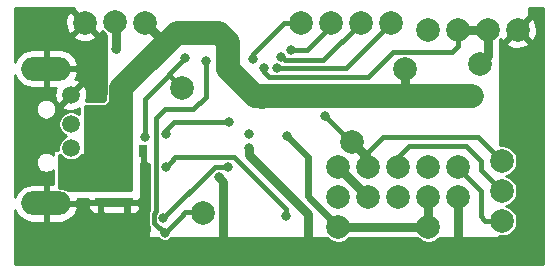
<source format=gbr>
G04 #@! TF.GenerationSoftware,KiCad,Pcbnew,(5.1.5-0-10_14)*
G04 #@! TF.CreationDate,2021-12-27T21:36:10+00:00*
G04 #@! TF.ProjectId,receiver,72656365-6976-4657-922e-6b696361645f,rev?*
G04 #@! TF.SameCoordinates,Original*
G04 #@! TF.FileFunction,Copper,L2,Bot*
G04 #@! TF.FilePolarity,Positive*
%FSLAX46Y46*%
G04 Gerber Fmt 4.6, Leading zero omitted, Abs format (unit mm)*
G04 Created by KiCad (PCBNEW (5.1.5-0-10_14)) date 2021-12-27 21:36:10*
%MOMM*%
%LPD*%
G04 APERTURE LIST*
%ADD10C,2.000000*%
%ADD11R,1.000000X0.700000*%
%ADD12R,0.700000X1.000000*%
%ADD13O,4.200000X2.000000*%
%ADD14C,1.500000*%
%ADD15C,0.800000*%
%ADD16C,0.400000*%
%ADD17C,0.800000*%
%ADD18C,0.250000*%
%ADD19C,0.600000*%
%ADD20C,2.000000*%
%ADD21C,0.254000*%
G04 APERTURE END LIST*
D10*
X63180000Y-173370000D03*
X44320000Y-174970000D03*
X67710000Y-181660000D03*
X67710000Y-184200000D03*
X65170000Y-181660000D03*
X65170000Y-184200000D03*
X62630000Y-181660000D03*
X62630000Y-184200000D03*
X60090000Y-181660000D03*
X60090000Y-184200000D03*
X57550000Y-181660000D03*
X57550000Y-184200000D03*
X36068000Y-169418000D03*
X58740000Y-179550000D03*
X71374000Y-181102000D03*
X57550000Y-186710000D03*
X65180000Y-186720000D03*
X38630000Y-169340000D03*
X41170000Y-169420000D03*
X71374000Y-183642000D03*
X71374000Y-186182000D03*
X56896000Y-169418000D03*
X59436000Y-169430000D03*
X61976000Y-169418000D03*
X69540000Y-172900000D03*
X54356000Y-169418000D03*
X46100000Y-185530000D03*
X65100000Y-170000000D03*
X67640000Y-170000000D03*
X70180000Y-170000000D03*
X72720000Y-170000000D03*
D11*
X39624000Y-184634000D03*
X39624000Y-183134000D03*
X37450000Y-184600000D03*
X37450000Y-183100000D03*
D12*
X41050000Y-180250000D03*
X39550000Y-180250000D03*
D13*
X32800000Y-184700000D03*
X32800000Y-173300000D03*
D14*
X34900000Y-175500000D03*
X34900000Y-178000000D03*
X34900000Y-180000000D03*
X34900000Y-182500000D03*
D15*
X50000000Y-180000000D03*
X39650000Y-185950000D03*
X50000000Y-178816000D03*
X31250000Y-187000000D03*
X32250000Y-187000000D03*
X33250000Y-187000000D03*
X34250000Y-187000000D03*
X34250000Y-188000000D03*
X33250000Y-188000000D03*
X32250000Y-188000000D03*
X31250000Y-188000000D03*
X35250000Y-187000000D03*
X35250000Y-188000000D03*
X35250000Y-189000000D03*
X34250000Y-189000000D03*
X33250000Y-189000000D03*
X32250000Y-189000000D03*
X31250000Y-189000000D03*
X36000000Y-185750000D03*
X30750000Y-169000000D03*
X31750000Y-169000000D03*
X32750000Y-169000000D03*
X33750000Y-169000000D03*
X33750000Y-170000000D03*
X32750000Y-170000000D03*
X31750000Y-170000000D03*
X30750000Y-170000000D03*
X30750000Y-171000000D03*
X31750000Y-171000000D03*
X32750000Y-171000000D03*
X33750000Y-171000000D03*
X47420000Y-182500000D03*
X73914000Y-172086000D03*
X73914000Y-173086000D03*
X73914000Y-174086000D03*
X73914000Y-175086000D03*
X73914000Y-176086000D03*
X73914000Y-177086000D03*
X73914000Y-178086000D03*
X73914000Y-179086000D03*
X73914000Y-180086000D03*
X73914000Y-181086000D03*
X73914000Y-182086000D03*
X73914000Y-183086000D03*
X73914000Y-184086000D03*
X73914000Y-185086000D03*
X73914000Y-186086000D03*
X73914000Y-187086000D03*
X73914000Y-188086000D03*
X73000000Y-189000000D03*
X72000000Y-189000000D03*
X71000000Y-189000000D03*
X70000000Y-189000000D03*
X69000000Y-189000000D03*
X68000000Y-189000000D03*
X67000000Y-189000000D03*
X66000000Y-189000000D03*
X65000000Y-189000000D03*
X60000000Y-189000000D03*
X59000000Y-189000000D03*
X58000000Y-189000000D03*
X57000000Y-189000000D03*
X56000000Y-189000000D03*
X55000000Y-189000000D03*
X54000000Y-189000000D03*
X53000000Y-189000000D03*
X52000000Y-189000000D03*
X51000000Y-189000000D03*
X48000000Y-189000000D03*
X45000000Y-189000000D03*
X44000000Y-189000000D03*
X43000000Y-189000000D03*
X42000000Y-189000000D03*
X41000000Y-189000000D03*
X40000000Y-189000000D03*
X39000000Y-189000000D03*
X38000000Y-189000000D03*
X37000000Y-189000000D03*
X64000000Y-189000000D03*
X63000000Y-189000000D03*
X62000000Y-189000000D03*
X61000000Y-189000000D03*
X46000000Y-189000000D03*
X47000000Y-189000000D03*
X49000000Y-189000000D03*
X50000000Y-189000000D03*
X69110000Y-175940000D03*
X68300000Y-175180000D03*
X38600000Y-177000000D03*
X39600000Y-177000000D03*
X39370001Y-182100000D03*
X36150000Y-181250000D03*
X39400000Y-178850000D03*
X67500000Y-175980000D03*
X38680000Y-171680000D03*
X48258816Y-177838000D03*
X42950000Y-178816000D03*
X42740000Y-185980000D03*
X48200000Y-181610000D03*
X42950000Y-181610000D03*
X53100000Y-185760000D03*
X41148000Y-179070000D03*
X44600000Y-172400000D03*
X42860126Y-187200503D03*
X46310000Y-172640000D03*
X53230000Y-179040000D03*
X56388000Y-177292000D03*
X51250830Y-173267316D03*
X50292000Y-172466000D03*
X52324000Y-173228000D03*
X52719078Y-172286639D03*
X53553314Y-171735228D03*
D16*
X32810000Y-173134213D02*
X32810000Y-173250000D01*
X32810000Y-173250000D02*
X32820000Y-173260000D01*
D17*
X73914000Y-172608213D02*
X73914000Y-172886000D01*
X73914000Y-174752000D02*
X73914000Y-175086000D01*
X73914000Y-188722000D02*
X73762000Y-188570000D01*
D18*
X73719999Y-170999999D02*
X73799999Y-170999999D01*
X72720000Y-170000000D02*
X73719999Y-170999999D01*
X73914000Y-171114000D02*
X73914000Y-172086000D01*
X73799999Y-170999999D02*
X73914000Y-171114000D01*
D17*
X38324000Y-184634000D02*
X38310000Y-184620000D01*
X39624000Y-184634000D02*
X38324000Y-184634000D01*
X38310000Y-184620000D02*
X37440000Y-184620000D01*
D19*
X39624000Y-185924000D02*
X39650000Y-185950000D01*
X39624000Y-184634000D02*
X39624000Y-185924000D01*
D17*
X57550000Y-181660000D02*
X60070000Y-184180000D01*
X60070000Y-184180000D02*
X60070000Y-184200000D01*
X67710000Y-184200000D02*
X67710000Y-188450000D01*
X47819999Y-182899999D02*
X47819999Y-188609999D01*
X47420000Y-182500000D02*
X47819999Y-182899999D01*
X73914000Y-172886000D02*
X73914000Y-173086000D01*
X73914000Y-174086000D02*
X73914000Y-174086000D01*
D18*
X73914000Y-172086000D02*
X73914000Y-172608213D01*
D17*
X73914000Y-173086000D02*
X73914000Y-174086000D01*
X73914000Y-174086000D02*
X73914000Y-174752000D01*
X73914000Y-175086000D02*
X73914000Y-176086000D01*
X73914000Y-176086000D02*
X73914000Y-177086000D01*
X73914000Y-177086000D02*
X73914000Y-178086000D01*
X73914000Y-178086000D02*
X73914000Y-179086000D01*
X73914000Y-179086000D02*
X73914000Y-180086000D01*
X73914000Y-180086000D02*
X73914000Y-181086000D01*
X73914000Y-181086000D02*
X73914000Y-182086000D01*
X73914000Y-182086000D02*
X73914000Y-183086000D01*
X73914000Y-183086000D02*
X73914000Y-184086000D01*
X73914000Y-184086000D02*
X73914000Y-185086000D01*
X73914000Y-185086000D02*
X73914000Y-186086000D01*
X73914000Y-186086000D02*
X73914000Y-187086000D01*
X73914000Y-187086000D02*
X73914000Y-188086000D01*
X73914000Y-188086000D02*
X73914000Y-188722000D01*
X50000000Y-180000000D02*
X50000000Y-180600000D01*
X55000000Y-185600000D02*
X55000000Y-189000000D01*
X50000000Y-180600000D02*
X55000000Y-185600000D01*
D16*
X34900000Y-182500000D02*
X35560000Y-183160000D01*
D17*
X34900000Y-182500000D02*
X36150000Y-181250000D01*
X39624000Y-183134000D02*
X35534000Y-183134000D01*
X35534000Y-183134000D02*
X34950000Y-182550000D01*
X34950000Y-182550000D02*
X34900000Y-182550000D01*
X36150000Y-181250000D02*
X38600000Y-178800000D01*
X38600000Y-178800000D02*
X38600000Y-178390000D01*
D20*
X38600000Y-178390000D02*
X38600000Y-178000000D01*
X41620000Y-172530000D02*
X41620000Y-172540000D01*
X41620000Y-172530000D02*
X41590000Y-172530000D01*
X41590000Y-172530000D02*
X39170000Y-174950000D01*
X38600000Y-177000000D02*
X38600000Y-178390000D01*
X39170000Y-176430000D02*
X38600000Y-177000000D01*
X39170000Y-174950000D02*
X39170000Y-176430000D01*
D17*
X41170000Y-169420000D02*
X42169999Y-170419999D01*
X42169999Y-170419999D02*
X42169999Y-170429999D01*
X42169999Y-170429999D02*
X42980000Y-171240000D01*
D20*
X41620000Y-172530000D02*
X42980000Y-171240000D01*
X51107917Y-175670000D02*
X51147917Y-175630000D01*
X68900000Y-175640000D02*
X68890000Y-175630000D01*
D17*
X63180000Y-174784213D02*
X63050000Y-174914213D01*
X63050000Y-174914213D02*
X63050000Y-175620000D01*
X63180000Y-173370000D02*
X63180000Y-174784213D01*
D20*
X63050000Y-175620000D02*
X68890000Y-175630000D01*
X51147917Y-175630000D02*
X63050000Y-175620000D01*
X48190000Y-171080000D02*
X48190000Y-173340000D01*
X50480000Y-175630000D02*
X51147917Y-175630000D01*
X48190000Y-173340000D02*
X50480000Y-175630000D01*
X42980000Y-171240000D02*
X42980000Y-171220000D01*
X42980000Y-171220000D02*
X43900000Y-170300000D01*
X47410000Y-170300000D02*
X48190000Y-171080000D01*
X43900000Y-170300000D02*
X47410000Y-170300000D01*
D17*
X38680000Y-171680000D02*
X38680000Y-169400000D01*
X38680000Y-169400000D02*
X38630000Y-169350000D01*
D16*
X48258816Y-177838000D02*
X43650000Y-177838000D01*
X42950000Y-178538000D02*
X42950000Y-178816000D01*
X43650000Y-177838000D02*
X42950000Y-178538000D01*
X42740000Y-185910000D02*
X42740000Y-185980000D01*
X47110000Y-181610000D02*
X48200000Y-181610000D01*
X42740000Y-185980000D02*
X47110000Y-181610000D01*
X43750001Y-180809999D02*
X43349999Y-181210001D01*
X43349999Y-181210001D02*
X42950000Y-181610000D01*
X48715684Y-180809999D02*
X43750001Y-180809999D01*
X53100000Y-185194315D02*
X48715684Y-180809999D01*
X53100000Y-185760000D02*
X53100000Y-185194315D01*
X41148000Y-175872000D02*
X41148000Y-179070000D01*
X43320001Y-173940001D02*
X43220000Y-173840000D01*
X43320001Y-173970001D02*
X43320001Y-173940001D01*
X44320000Y-174970000D02*
X43320001Y-173970001D01*
X43220000Y-173840000D02*
X41148000Y-175872000D01*
X43220000Y-173780000D02*
X44600000Y-172400000D01*
X43220000Y-173840000D02*
X43220000Y-173780000D01*
X42790503Y-187200503D02*
X42860126Y-187200503D01*
X42860126Y-187200503D02*
X44390629Y-185670000D01*
X44390629Y-185585158D02*
X44565787Y-185410000D01*
X44390629Y-185670000D02*
X44390629Y-185585158D01*
X44565787Y-185410000D02*
X45980000Y-185410000D01*
X46310000Y-173205685D02*
X46310000Y-172640000D01*
X46310000Y-175700000D02*
X46310000Y-173205685D01*
X42880000Y-176730000D02*
X45280000Y-176730000D01*
X42149999Y-177460001D02*
X42880000Y-176730000D01*
X42149999Y-185385999D02*
X42149999Y-177460001D01*
X41939999Y-185595999D02*
X42149999Y-185385999D01*
X45280000Y-176730000D02*
X46310000Y-175700000D01*
X42860126Y-187200503D02*
X42460127Y-186800504D01*
X42376502Y-186800504D02*
X41939999Y-186364001D01*
X41939999Y-186364001D02*
X41939999Y-185595999D01*
X42460127Y-186800504D02*
X42376502Y-186800504D01*
X69959787Y-186182000D02*
X69596000Y-185818213D01*
X71374000Y-186182000D02*
X69959787Y-186182000D01*
X69596000Y-185818213D02*
X69596000Y-183642000D01*
X69596000Y-183642000D02*
X67818000Y-181864000D01*
X67818000Y-181864000D02*
X67818000Y-181610000D01*
X67818000Y-181610000D02*
X67564000Y-181610000D01*
D17*
X65170000Y-185614213D02*
X65180000Y-185624213D01*
X65170000Y-184200000D02*
X65170000Y-185614213D01*
X65180000Y-185624213D02*
X65180000Y-186710000D01*
X65180000Y-186720000D02*
X57570000Y-186720000D01*
X57570000Y-186720000D02*
X57560000Y-186710000D01*
X57560000Y-186710000D02*
X57550000Y-186710000D01*
D19*
X53230000Y-179040000D02*
X54970000Y-180780000D01*
X54970000Y-180780000D02*
X54970000Y-184120000D01*
X54970000Y-184120000D02*
X57540000Y-186690000D01*
D16*
X71374000Y-183642000D02*
X69596000Y-181864000D01*
X69596000Y-181864000D02*
X69596000Y-181102000D01*
X69596000Y-181102000D02*
X68753999Y-180259999D01*
X68753999Y-180259999D02*
X68580000Y-180086000D01*
X68580000Y-180086000D02*
X68326000Y-179832000D01*
X68326000Y-179832000D02*
X63500000Y-179832000D01*
X63500000Y-179832000D02*
X62484000Y-180848000D01*
X62484000Y-180848000D02*
X62484000Y-181356000D01*
X62484000Y-181356000D02*
X62738000Y-181610000D01*
X57142000Y-178046000D02*
X56388000Y-177292000D01*
X60080000Y-181610000D02*
X60080000Y-181630000D01*
X60060000Y-181590000D02*
X60080000Y-181610000D01*
X71374000Y-181102000D02*
X69342000Y-179070000D01*
X69342000Y-179070000D02*
X61334213Y-179070000D01*
X60060000Y-180344213D02*
X60060000Y-181590000D01*
X61334213Y-179070000D02*
X60060000Y-180344213D01*
D17*
X59739999Y-180549999D02*
X59739999Y-181289999D01*
X58740000Y-179550000D02*
X59739999Y-180549999D01*
X59739999Y-181289999D02*
X60060000Y-181610000D01*
X60060000Y-181610000D02*
X60060000Y-181620000D01*
D16*
X57142000Y-178046000D02*
X57156000Y-178046000D01*
X57156000Y-178046000D02*
X58680000Y-179570000D01*
X51308000Y-173324486D02*
X51250830Y-173267316D01*
X67160000Y-171894213D02*
X67640000Y-171414213D01*
X62205787Y-171894213D02*
X67160000Y-171894213D01*
X67640000Y-171414213D02*
X67640000Y-170000000D01*
D17*
X70180000Y-170000000D02*
X67660000Y-170000000D01*
X67660000Y-170000000D02*
X67650000Y-170010000D01*
X70180000Y-170000000D02*
X70180000Y-172260000D01*
X70180000Y-172260000D02*
X69530000Y-172910000D01*
X69530000Y-172910000D02*
X69520000Y-172910000D01*
D16*
X51250830Y-173267316D02*
X51250830Y-173600830D01*
X60071999Y-174028001D02*
X62205787Y-171894213D01*
X51678001Y-174028001D02*
X60071999Y-174028001D01*
X51250830Y-173600830D02*
X51678001Y-174028001D01*
X50292000Y-172067787D02*
X50292000Y-172466000D01*
X52941787Y-169418000D02*
X50292000Y-172067787D01*
X54356000Y-169418000D02*
X52941787Y-169418000D01*
X60976001Y-170417999D02*
X61976000Y-169418000D01*
X58166000Y-173228000D02*
X60976001Y-170417999D01*
X52324000Y-173228000D02*
X58166000Y-173228000D01*
X53231999Y-172611999D02*
X56242001Y-172611999D01*
X56242001Y-172611999D02*
X59436000Y-169418000D01*
X53044438Y-172611999D02*
X52719078Y-172286639D01*
X53231999Y-172611999D02*
X53044438Y-172611999D01*
X54864000Y-171704000D02*
X55372000Y-171196000D01*
X55372000Y-171196000D02*
X55880000Y-170688000D01*
X55880000Y-170688000D02*
X56642000Y-169926000D01*
X56642000Y-169926000D02*
X56896000Y-169672000D01*
X56896000Y-169672000D02*
X56896000Y-169418000D01*
X53584542Y-171704000D02*
X53553314Y-171735228D01*
X54864000Y-171704000D02*
X53584542Y-171704000D01*
D21*
G36*
X39987665Y-183623000D02*
G01*
X34679432Y-183623000D01*
X34640808Y-183591302D01*
X34410278Y-183468081D01*
X34160137Y-183392201D01*
X33965184Y-183373000D01*
X33891050Y-183373000D01*
X33891050Y-180627000D01*
X34023652Y-180627000D01*
X34063440Y-180686547D01*
X34213453Y-180836560D01*
X34389849Y-180954425D01*
X34585851Y-181035611D01*
X34793925Y-181077000D01*
X35006075Y-181077000D01*
X35214149Y-181035611D01*
X35410151Y-180954425D01*
X35586547Y-180836560D01*
X35736560Y-180686547D01*
X35776348Y-180627000D01*
X35964050Y-180627000D01*
X35988826Y-180624560D01*
X36012651Y-180617333D01*
X36034607Y-180605597D01*
X36053853Y-180589803D01*
X36069647Y-180570557D01*
X36081383Y-180548601D01*
X36088610Y-180524776D01*
X36091050Y-180500000D01*
X36091050Y-176477000D01*
X40022381Y-176477000D01*
X39987665Y-183623000D01*
G37*
X39987665Y-183623000D02*
X34679432Y-183623000D01*
X34640808Y-183591302D01*
X34410278Y-183468081D01*
X34160137Y-183392201D01*
X33965184Y-183373000D01*
X33891050Y-183373000D01*
X33891050Y-180627000D01*
X34023652Y-180627000D01*
X34063440Y-180686547D01*
X34213453Y-180836560D01*
X34389849Y-180954425D01*
X34585851Y-181035611D01*
X34793925Y-181077000D01*
X35006075Y-181077000D01*
X35214149Y-181035611D01*
X35410151Y-180954425D01*
X35586547Y-180836560D01*
X35736560Y-180686547D01*
X35776348Y-180627000D01*
X35964050Y-180627000D01*
X35988826Y-180624560D01*
X36012651Y-180617333D01*
X36034607Y-180605597D01*
X36053853Y-180589803D01*
X36069647Y-180570557D01*
X36081383Y-180548601D01*
X36088610Y-180524776D01*
X36091050Y-180500000D01*
X36091050Y-176477000D01*
X40022381Y-176477000D01*
X39987665Y-183623000D01*
G36*
X35112192Y-168282587D02*
G01*
X36068000Y-169238395D01*
X36082143Y-169224253D01*
X36261748Y-169403858D01*
X36247605Y-169418000D01*
X37203413Y-170373808D01*
X37467814Y-170278044D01*
X37549127Y-170110896D01*
X37599252Y-170185913D01*
X37784087Y-170370748D01*
X37909283Y-170454401D01*
X37842001Y-174894964D01*
X37836581Y-174950000D01*
X37840556Y-174990360D01*
X37826826Y-175896514D01*
X37707765Y-176015575D01*
X37698718Y-176023000D01*
X36184488Y-176023000D01*
X36211760Y-175964884D01*
X36277250Y-175700040D01*
X36289812Y-175427508D01*
X36248965Y-175157762D01*
X36156277Y-174901168D01*
X36095860Y-174788137D01*
X35856993Y-174722612D01*
X35079605Y-175500000D01*
X35093748Y-175514143D01*
X34914143Y-175693748D01*
X34900000Y-175679605D01*
X34122612Y-176456993D01*
X34188137Y-176695860D01*
X34435116Y-176811760D01*
X34699960Y-176877250D01*
X34972492Y-176889812D01*
X35242238Y-176848965D01*
X35498832Y-176756277D01*
X35611863Y-176695860D01*
X35616623Y-176678508D01*
X35610492Y-177187385D01*
X35586547Y-177163440D01*
X35410151Y-177045575D01*
X35214149Y-176964389D01*
X35006075Y-176923000D01*
X34793925Y-176923000D01*
X34585851Y-176964389D01*
X34389849Y-177045575D01*
X34213453Y-177163440D01*
X34063440Y-177313453D01*
X33945575Y-177489849D01*
X33864389Y-177685851D01*
X33823000Y-177893925D01*
X33823000Y-178106075D01*
X33864389Y-178314149D01*
X33945575Y-178510151D01*
X34063440Y-178686547D01*
X34213453Y-178836560D01*
X34389849Y-178954425D01*
X34499878Y-179000000D01*
X34389849Y-179045575D01*
X34213453Y-179163440D01*
X34063440Y-179313453D01*
X33945575Y-179489849D01*
X33864389Y-179685851D01*
X33823000Y-179893925D01*
X33823000Y-180106075D01*
X33836312Y-180173000D01*
X33550000Y-180173000D01*
X33525224Y-180175440D01*
X33501399Y-180182667D01*
X33479443Y-180194403D01*
X33460197Y-180210197D01*
X33444403Y-180229443D01*
X33432667Y-180251399D01*
X33425440Y-180275224D01*
X33423000Y-180299840D01*
X33422580Y-180632315D01*
X33359055Y-180568790D01*
X33215415Y-180472813D01*
X33055811Y-180406703D01*
X32886377Y-180373000D01*
X32713623Y-180373000D01*
X32544189Y-180406703D01*
X32384585Y-180472813D01*
X32240945Y-180568790D01*
X32118790Y-180690945D01*
X32022813Y-180834585D01*
X31956703Y-180994189D01*
X31923000Y-181163623D01*
X31923000Y-181336377D01*
X31956703Y-181505811D01*
X32022813Y-181665415D01*
X32118790Y-181809055D01*
X32240945Y-181931210D01*
X32384585Y-182027187D01*
X32544189Y-182093297D01*
X32713623Y-182127000D01*
X32886377Y-182127000D01*
X33055811Y-182093297D01*
X33215415Y-182027187D01*
X33359055Y-181931210D01*
X33421017Y-181869248D01*
X33419506Y-183065000D01*
X32927000Y-183065000D01*
X32927000Y-184573000D01*
X35370777Y-184573000D01*
X35466707Y-184369292D01*
X36363278Y-184362528D01*
X36473750Y-184473000D01*
X37323000Y-184473000D01*
X37323000Y-184453000D01*
X37577000Y-184453000D01*
X37577000Y-184473000D01*
X37597000Y-184473000D01*
X37597000Y-184727000D01*
X37577000Y-184727000D01*
X37577000Y-185426250D01*
X37735750Y-185585000D01*
X37908333Y-185587475D01*
X37910550Y-185590154D01*
X37929857Y-185605872D01*
X37951859Y-185617522D01*
X37975712Y-185624656D01*
X37999789Y-185627000D01*
X39584620Y-185629632D01*
X39609401Y-185627233D01*
X39633237Y-185620045D01*
X39635200Y-185619000D01*
X39751002Y-185619000D01*
X39751002Y-185460252D01*
X39909750Y-185619000D01*
X40124000Y-185622072D01*
X40248482Y-185609812D01*
X40368180Y-185573502D01*
X40478494Y-185514537D01*
X40575185Y-185435185D01*
X40654537Y-185338494D01*
X40713502Y-185228180D01*
X40749812Y-185108482D01*
X40762072Y-184984000D01*
X40759000Y-184919750D01*
X40600250Y-184761000D01*
X39751000Y-184761000D01*
X39751000Y-184781000D01*
X39697551Y-184781000D01*
X39691723Y-184487000D01*
X39751000Y-184487000D01*
X39751000Y-184507000D01*
X40600250Y-184507000D01*
X40732462Y-184374788D01*
X40734776Y-184374560D01*
X40758601Y-184367333D01*
X40780557Y-184355597D01*
X40799803Y-184339803D01*
X40815597Y-184320557D01*
X40827333Y-184298601D01*
X40834560Y-184274776D01*
X40836999Y-184249439D01*
X40824088Y-181325162D01*
X40923000Y-181226250D01*
X40923000Y-180377000D01*
X40903000Y-180377000D01*
X40903000Y-180123000D01*
X40923000Y-180123000D01*
X40923000Y-180103000D01*
X41177000Y-180103000D01*
X41177000Y-180123000D01*
X41197000Y-180123000D01*
X41197000Y-180377000D01*
X41177000Y-180377000D01*
X41177000Y-181226250D01*
X41335750Y-181385000D01*
X41400000Y-181388072D01*
X41480863Y-181380108D01*
X41475816Y-185346473D01*
X41450760Y-185393350D01*
X41420625Y-185492690D01*
X41410450Y-185595999D01*
X41412999Y-185621880D01*
X41412999Y-186338120D01*
X41410450Y-186364001D01*
X41412999Y-186389881D01*
X41420625Y-186467310D01*
X41450760Y-186566650D01*
X41474208Y-186610519D01*
X41473000Y-187559838D01*
X41475409Y-187584618D01*
X41482606Y-187608451D01*
X41494314Y-187630423D01*
X41510083Y-187649688D01*
X41529308Y-187665507D01*
X41551250Y-187677271D01*
X41575065Y-187684528D01*
X41600259Y-187687000D01*
X42317029Y-187685540D01*
X42396690Y-187765201D01*
X42515762Y-187844762D01*
X42648068Y-187899565D01*
X42788523Y-187927503D01*
X42931729Y-187927503D01*
X43072184Y-187899565D01*
X43204490Y-187844762D01*
X43323562Y-187765201D01*
X43405441Y-187683322D01*
X56619739Y-187656400D01*
X56704087Y-187740748D01*
X56921430Y-187885972D01*
X57162928Y-187986004D01*
X57419302Y-188037000D01*
X57680698Y-188037000D01*
X57937072Y-187986004D01*
X58178570Y-187885972D01*
X58395913Y-187740748D01*
X58484059Y-187652602D01*
X64224246Y-187640907D01*
X64334087Y-187750748D01*
X64551430Y-187895972D01*
X64792928Y-187996004D01*
X65049302Y-188047000D01*
X65310698Y-188047000D01*
X65567072Y-187996004D01*
X65808570Y-187895972D01*
X66025913Y-187750748D01*
X66139656Y-187637005D01*
X71050259Y-187627000D01*
X71075030Y-187624509D01*
X71098840Y-187617233D01*
X71120772Y-187605453D01*
X71139985Y-187589619D01*
X71155740Y-187570342D01*
X71167431Y-187548362D01*
X71174610Y-187524523D01*
X71176998Y-187500677D01*
X71177024Y-187495816D01*
X71243302Y-187509000D01*
X71504698Y-187509000D01*
X71761072Y-187458004D01*
X72002570Y-187357972D01*
X72219913Y-187212748D01*
X72404748Y-187027913D01*
X72549972Y-186810570D01*
X72650004Y-186569072D01*
X72701000Y-186312698D01*
X72701000Y-186051302D01*
X72650004Y-185794928D01*
X72549972Y-185553430D01*
X72404748Y-185336087D01*
X72219913Y-185151252D01*
X72002570Y-185006028D01*
X71775567Y-184912000D01*
X72002570Y-184817972D01*
X72219913Y-184672748D01*
X72404748Y-184487913D01*
X72549972Y-184270570D01*
X72650004Y-184029072D01*
X72701000Y-183772698D01*
X72701000Y-183511302D01*
X72650004Y-183254928D01*
X72549972Y-183013430D01*
X72404748Y-182796087D01*
X72219913Y-182611252D01*
X72002570Y-182466028D01*
X71775567Y-182372000D01*
X72002570Y-182277972D01*
X72219913Y-182132748D01*
X72404748Y-181947913D01*
X72549972Y-181730570D01*
X72650004Y-181489072D01*
X72701000Y-181232698D01*
X72701000Y-180971302D01*
X72650004Y-180714928D01*
X72549972Y-180473430D01*
X72404748Y-180256087D01*
X72219913Y-180071252D01*
X72002570Y-179926028D01*
X71761072Y-179825996D01*
X71504698Y-179775000D01*
X71243302Y-179775000D01*
X71218175Y-179779998D01*
X71264278Y-171135413D01*
X71764192Y-171135413D01*
X71859956Y-171399814D01*
X72149571Y-171540704D01*
X72461108Y-171622384D01*
X72782595Y-171641718D01*
X73101675Y-171597961D01*
X73406088Y-171492795D01*
X73580044Y-171399814D01*
X73675808Y-171135413D01*
X72720000Y-170179605D01*
X71764192Y-171135413D01*
X71264278Y-171135413D01*
X71266266Y-170762824D01*
X71267352Y-170761199D01*
X71320186Y-170860044D01*
X71584587Y-170955808D01*
X72540395Y-170000000D01*
X72899605Y-170000000D01*
X73855413Y-170955808D01*
X74119814Y-170860044D01*
X74260704Y-170570429D01*
X74342384Y-170258892D01*
X74361718Y-169937405D01*
X74317961Y-169618325D01*
X74212795Y-169313912D01*
X74119814Y-169139956D01*
X73855413Y-169044192D01*
X72899605Y-170000000D01*
X72540395Y-170000000D01*
X72526253Y-169985858D01*
X72705858Y-169806253D01*
X72720000Y-169820395D01*
X73675808Y-168864587D01*
X73658139Y-168815802D01*
X73667333Y-168798601D01*
X73674560Y-168774776D01*
X73677000Y-168750000D01*
X73677000Y-168152000D01*
X74848000Y-168152000D01*
X74848001Y-189848000D01*
X30152000Y-189848000D01*
X30152000Y-185233762D01*
X30269990Y-185502761D01*
X30454078Y-185766317D01*
X30686046Y-185988895D01*
X30956980Y-186161942D01*
X31256468Y-186278807D01*
X31573000Y-186335000D01*
X32673000Y-186335000D01*
X32673000Y-184827000D01*
X32927000Y-184827000D01*
X32927000Y-186335000D01*
X34027000Y-186335000D01*
X34343532Y-186278807D01*
X34643020Y-186161942D01*
X34913954Y-185988895D01*
X35145922Y-185766317D01*
X35330010Y-185502761D01*
X35459144Y-185208355D01*
X35490124Y-185080434D01*
X35428701Y-184950000D01*
X36311928Y-184950000D01*
X36324188Y-185074482D01*
X36360498Y-185194180D01*
X36419463Y-185304494D01*
X36498815Y-185401185D01*
X36595506Y-185480537D01*
X36705820Y-185539502D01*
X36825518Y-185575812D01*
X36950000Y-185588072D01*
X37164250Y-185585000D01*
X37323000Y-185426250D01*
X37323000Y-184727000D01*
X36473750Y-184727000D01*
X36315000Y-184885750D01*
X36311928Y-184950000D01*
X35428701Y-184950000D01*
X35370777Y-184827000D01*
X32927000Y-184827000D01*
X32673000Y-184827000D01*
X32653000Y-184827000D01*
X32653000Y-184573000D01*
X32673000Y-184573000D01*
X32673000Y-183065000D01*
X31573000Y-183065000D01*
X31256468Y-183121193D01*
X30956980Y-183238058D01*
X30686046Y-183411105D01*
X30454078Y-183633683D01*
X30269990Y-183897239D01*
X30152000Y-184166238D01*
X30152000Y-176663623D01*
X31923000Y-176663623D01*
X31923000Y-176836377D01*
X31956703Y-177005811D01*
X32022813Y-177165415D01*
X32118790Y-177309055D01*
X32240945Y-177431210D01*
X32384585Y-177527187D01*
X32544189Y-177593297D01*
X32713623Y-177627000D01*
X32886377Y-177627000D01*
X33055811Y-177593297D01*
X33215415Y-177527187D01*
X33359055Y-177431210D01*
X33481210Y-177309055D01*
X33577187Y-177165415D01*
X33643297Y-177005811D01*
X33677000Y-176836377D01*
X33677000Y-176663623D01*
X33643297Y-176494189D01*
X33577187Y-176334585D01*
X33481210Y-176190945D01*
X33359055Y-176068790D01*
X33215415Y-175972813D01*
X33055811Y-175906703D01*
X32886377Y-175873000D01*
X32713623Y-175873000D01*
X32544189Y-175906703D01*
X32384585Y-175972813D01*
X32240945Y-176068790D01*
X32118790Y-176190945D01*
X32022813Y-176334585D01*
X31956703Y-176494189D01*
X31923000Y-176663623D01*
X30152000Y-176663623D01*
X30152000Y-173833762D01*
X30269990Y-174102761D01*
X30454078Y-174366317D01*
X30686046Y-174588895D01*
X30956980Y-174761942D01*
X31256468Y-174878807D01*
X31573000Y-174935000D01*
X32673000Y-174935000D01*
X32673000Y-173427000D01*
X32927000Y-173427000D01*
X32927000Y-174935000D01*
X33635222Y-174935000D01*
X33588240Y-175035116D01*
X33522750Y-175299960D01*
X33510188Y-175572492D01*
X33551035Y-175842238D01*
X33643723Y-176098832D01*
X33704140Y-176211863D01*
X33943007Y-176277388D01*
X34720395Y-175500000D01*
X34706253Y-175485858D01*
X34885858Y-175306253D01*
X34900000Y-175320395D01*
X35677388Y-174543007D01*
X35611863Y-174304140D01*
X35364884Y-174188240D01*
X35284234Y-174168297D01*
X35330010Y-174102761D01*
X35459144Y-173808355D01*
X35490124Y-173680434D01*
X35370777Y-173427000D01*
X32927000Y-173427000D01*
X32673000Y-173427000D01*
X32653000Y-173427000D01*
X32653000Y-173173000D01*
X32673000Y-173173000D01*
X32673000Y-171665000D01*
X32927000Y-171665000D01*
X32927000Y-173173000D01*
X35370777Y-173173000D01*
X35490124Y-172919566D01*
X35459144Y-172791645D01*
X35330010Y-172497239D01*
X35145922Y-172233683D01*
X34913954Y-172011105D01*
X34643020Y-171838058D01*
X34343532Y-171721193D01*
X34027000Y-171665000D01*
X32927000Y-171665000D01*
X32673000Y-171665000D01*
X31573000Y-171665000D01*
X31256468Y-171721193D01*
X30956980Y-171838058D01*
X30686046Y-172011105D01*
X30454078Y-172233683D01*
X30269990Y-172497239D01*
X30152000Y-172766238D01*
X30152000Y-170553413D01*
X35112192Y-170553413D01*
X35207956Y-170817814D01*
X35497571Y-170958704D01*
X35809108Y-171040384D01*
X36130595Y-171059718D01*
X36449675Y-171015961D01*
X36754088Y-170910795D01*
X36928044Y-170817814D01*
X37023808Y-170553413D01*
X36068000Y-169597605D01*
X35112192Y-170553413D01*
X30152000Y-170553413D01*
X30152000Y-169480595D01*
X34426282Y-169480595D01*
X34470039Y-169799675D01*
X34575205Y-170104088D01*
X34668186Y-170278044D01*
X34932587Y-170373808D01*
X35888395Y-169418000D01*
X34932587Y-168462192D01*
X34668186Y-168557956D01*
X34527296Y-168847571D01*
X34445616Y-169159108D01*
X34426282Y-169480595D01*
X30152000Y-169480595D01*
X30152000Y-168152000D01*
X35159490Y-168152000D01*
X35112192Y-168282587D01*
G37*
X35112192Y-168282587D02*
X36068000Y-169238395D01*
X36082143Y-169224253D01*
X36261748Y-169403858D01*
X36247605Y-169418000D01*
X37203413Y-170373808D01*
X37467814Y-170278044D01*
X37549127Y-170110896D01*
X37599252Y-170185913D01*
X37784087Y-170370748D01*
X37909283Y-170454401D01*
X37842001Y-174894964D01*
X37836581Y-174950000D01*
X37840556Y-174990360D01*
X37826826Y-175896514D01*
X37707765Y-176015575D01*
X37698718Y-176023000D01*
X36184488Y-176023000D01*
X36211760Y-175964884D01*
X36277250Y-175700040D01*
X36289812Y-175427508D01*
X36248965Y-175157762D01*
X36156277Y-174901168D01*
X36095860Y-174788137D01*
X35856993Y-174722612D01*
X35079605Y-175500000D01*
X35093748Y-175514143D01*
X34914143Y-175693748D01*
X34900000Y-175679605D01*
X34122612Y-176456993D01*
X34188137Y-176695860D01*
X34435116Y-176811760D01*
X34699960Y-176877250D01*
X34972492Y-176889812D01*
X35242238Y-176848965D01*
X35498832Y-176756277D01*
X35611863Y-176695860D01*
X35616623Y-176678508D01*
X35610492Y-177187385D01*
X35586547Y-177163440D01*
X35410151Y-177045575D01*
X35214149Y-176964389D01*
X35006075Y-176923000D01*
X34793925Y-176923000D01*
X34585851Y-176964389D01*
X34389849Y-177045575D01*
X34213453Y-177163440D01*
X34063440Y-177313453D01*
X33945575Y-177489849D01*
X33864389Y-177685851D01*
X33823000Y-177893925D01*
X33823000Y-178106075D01*
X33864389Y-178314149D01*
X33945575Y-178510151D01*
X34063440Y-178686547D01*
X34213453Y-178836560D01*
X34389849Y-178954425D01*
X34499878Y-179000000D01*
X34389849Y-179045575D01*
X34213453Y-179163440D01*
X34063440Y-179313453D01*
X33945575Y-179489849D01*
X33864389Y-179685851D01*
X33823000Y-179893925D01*
X33823000Y-180106075D01*
X33836312Y-180173000D01*
X33550000Y-180173000D01*
X33525224Y-180175440D01*
X33501399Y-180182667D01*
X33479443Y-180194403D01*
X33460197Y-180210197D01*
X33444403Y-180229443D01*
X33432667Y-180251399D01*
X33425440Y-180275224D01*
X33423000Y-180299840D01*
X33422580Y-180632315D01*
X33359055Y-180568790D01*
X33215415Y-180472813D01*
X33055811Y-180406703D01*
X32886377Y-180373000D01*
X32713623Y-180373000D01*
X32544189Y-180406703D01*
X32384585Y-180472813D01*
X32240945Y-180568790D01*
X32118790Y-180690945D01*
X32022813Y-180834585D01*
X31956703Y-180994189D01*
X31923000Y-181163623D01*
X31923000Y-181336377D01*
X31956703Y-181505811D01*
X32022813Y-181665415D01*
X32118790Y-181809055D01*
X32240945Y-181931210D01*
X32384585Y-182027187D01*
X32544189Y-182093297D01*
X32713623Y-182127000D01*
X32886377Y-182127000D01*
X33055811Y-182093297D01*
X33215415Y-182027187D01*
X33359055Y-181931210D01*
X33421017Y-181869248D01*
X33419506Y-183065000D01*
X32927000Y-183065000D01*
X32927000Y-184573000D01*
X35370777Y-184573000D01*
X35466707Y-184369292D01*
X36363278Y-184362528D01*
X36473750Y-184473000D01*
X37323000Y-184473000D01*
X37323000Y-184453000D01*
X37577000Y-184453000D01*
X37577000Y-184473000D01*
X37597000Y-184473000D01*
X37597000Y-184727000D01*
X37577000Y-184727000D01*
X37577000Y-185426250D01*
X37735750Y-185585000D01*
X37908333Y-185587475D01*
X37910550Y-185590154D01*
X37929857Y-185605872D01*
X37951859Y-185617522D01*
X37975712Y-185624656D01*
X37999789Y-185627000D01*
X39584620Y-185629632D01*
X39609401Y-185627233D01*
X39633237Y-185620045D01*
X39635200Y-185619000D01*
X39751002Y-185619000D01*
X39751002Y-185460252D01*
X39909750Y-185619000D01*
X40124000Y-185622072D01*
X40248482Y-185609812D01*
X40368180Y-185573502D01*
X40478494Y-185514537D01*
X40575185Y-185435185D01*
X40654537Y-185338494D01*
X40713502Y-185228180D01*
X40749812Y-185108482D01*
X40762072Y-184984000D01*
X40759000Y-184919750D01*
X40600250Y-184761000D01*
X39751000Y-184761000D01*
X39751000Y-184781000D01*
X39697551Y-184781000D01*
X39691723Y-184487000D01*
X39751000Y-184487000D01*
X39751000Y-184507000D01*
X40600250Y-184507000D01*
X40732462Y-184374788D01*
X40734776Y-184374560D01*
X40758601Y-184367333D01*
X40780557Y-184355597D01*
X40799803Y-184339803D01*
X40815597Y-184320557D01*
X40827333Y-184298601D01*
X40834560Y-184274776D01*
X40836999Y-184249439D01*
X40824088Y-181325162D01*
X40923000Y-181226250D01*
X40923000Y-180377000D01*
X40903000Y-180377000D01*
X40903000Y-180123000D01*
X40923000Y-180123000D01*
X40923000Y-180103000D01*
X41177000Y-180103000D01*
X41177000Y-180123000D01*
X41197000Y-180123000D01*
X41197000Y-180377000D01*
X41177000Y-180377000D01*
X41177000Y-181226250D01*
X41335750Y-181385000D01*
X41400000Y-181388072D01*
X41480863Y-181380108D01*
X41475816Y-185346473D01*
X41450760Y-185393350D01*
X41420625Y-185492690D01*
X41410450Y-185595999D01*
X41412999Y-185621880D01*
X41412999Y-186338120D01*
X41410450Y-186364001D01*
X41412999Y-186389881D01*
X41420625Y-186467310D01*
X41450760Y-186566650D01*
X41474208Y-186610519D01*
X41473000Y-187559838D01*
X41475409Y-187584618D01*
X41482606Y-187608451D01*
X41494314Y-187630423D01*
X41510083Y-187649688D01*
X41529308Y-187665507D01*
X41551250Y-187677271D01*
X41575065Y-187684528D01*
X41600259Y-187687000D01*
X42317029Y-187685540D01*
X42396690Y-187765201D01*
X42515762Y-187844762D01*
X42648068Y-187899565D01*
X42788523Y-187927503D01*
X42931729Y-187927503D01*
X43072184Y-187899565D01*
X43204490Y-187844762D01*
X43323562Y-187765201D01*
X43405441Y-187683322D01*
X56619739Y-187656400D01*
X56704087Y-187740748D01*
X56921430Y-187885972D01*
X57162928Y-187986004D01*
X57419302Y-188037000D01*
X57680698Y-188037000D01*
X57937072Y-187986004D01*
X58178570Y-187885972D01*
X58395913Y-187740748D01*
X58484059Y-187652602D01*
X64224246Y-187640907D01*
X64334087Y-187750748D01*
X64551430Y-187895972D01*
X64792928Y-187996004D01*
X65049302Y-188047000D01*
X65310698Y-188047000D01*
X65567072Y-187996004D01*
X65808570Y-187895972D01*
X66025913Y-187750748D01*
X66139656Y-187637005D01*
X71050259Y-187627000D01*
X71075030Y-187624509D01*
X71098840Y-187617233D01*
X71120772Y-187605453D01*
X71139985Y-187589619D01*
X71155740Y-187570342D01*
X71167431Y-187548362D01*
X71174610Y-187524523D01*
X71176998Y-187500677D01*
X71177024Y-187495816D01*
X71243302Y-187509000D01*
X71504698Y-187509000D01*
X71761072Y-187458004D01*
X72002570Y-187357972D01*
X72219913Y-187212748D01*
X72404748Y-187027913D01*
X72549972Y-186810570D01*
X72650004Y-186569072D01*
X72701000Y-186312698D01*
X72701000Y-186051302D01*
X72650004Y-185794928D01*
X72549972Y-185553430D01*
X72404748Y-185336087D01*
X72219913Y-185151252D01*
X72002570Y-185006028D01*
X71775567Y-184912000D01*
X72002570Y-184817972D01*
X72219913Y-184672748D01*
X72404748Y-184487913D01*
X72549972Y-184270570D01*
X72650004Y-184029072D01*
X72701000Y-183772698D01*
X72701000Y-183511302D01*
X72650004Y-183254928D01*
X72549972Y-183013430D01*
X72404748Y-182796087D01*
X72219913Y-182611252D01*
X72002570Y-182466028D01*
X71775567Y-182372000D01*
X72002570Y-182277972D01*
X72219913Y-182132748D01*
X72404748Y-181947913D01*
X72549972Y-181730570D01*
X72650004Y-181489072D01*
X72701000Y-181232698D01*
X72701000Y-180971302D01*
X72650004Y-180714928D01*
X72549972Y-180473430D01*
X72404748Y-180256087D01*
X72219913Y-180071252D01*
X72002570Y-179926028D01*
X71761072Y-179825996D01*
X71504698Y-179775000D01*
X71243302Y-179775000D01*
X71218175Y-179779998D01*
X71264278Y-171135413D01*
X71764192Y-171135413D01*
X71859956Y-171399814D01*
X72149571Y-171540704D01*
X72461108Y-171622384D01*
X72782595Y-171641718D01*
X73101675Y-171597961D01*
X73406088Y-171492795D01*
X73580044Y-171399814D01*
X73675808Y-171135413D01*
X72720000Y-170179605D01*
X71764192Y-171135413D01*
X71264278Y-171135413D01*
X71266266Y-170762824D01*
X71267352Y-170761199D01*
X71320186Y-170860044D01*
X71584587Y-170955808D01*
X72540395Y-170000000D01*
X72899605Y-170000000D01*
X73855413Y-170955808D01*
X74119814Y-170860044D01*
X74260704Y-170570429D01*
X74342384Y-170258892D01*
X74361718Y-169937405D01*
X74317961Y-169618325D01*
X74212795Y-169313912D01*
X74119814Y-169139956D01*
X73855413Y-169044192D01*
X72899605Y-170000000D01*
X72540395Y-170000000D01*
X72526253Y-169985858D01*
X72705858Y-169806253D01*
X72720000Y-169820395D01*
X73675808Y-168864587D01*
X73658139Y-168815802D01*
X73667333Y-168798601D01*
X73674560Y-168774776D01*
X73677000Y-168750000D01*
X73677000Y-168152000D01*
X74848000Y-168152000D01*
X74848001Y-189848000D01*
X30152000Y-189848000D01*
X30152000Y-185233762D01*
X30269990Y-185502761D01*
X30454078Y-185766317D01*
X30686046Y-185988895D01*
X30956980Y-186161942D01*
X31256468Y-186278807D01*
X31573000Y-186335000D01*
X32673000Y-186335000D01*
X32673000Y-184827000D01*
X32927000Y-184827000D01*
X32927000Y-186335000D01*
X34027000Y-186335000D01*
X34343532Y-186278807D01*
X34643020Y-186161942D01*
X34913954Y-185988895D01*
X35145922Y-185766317D01*
X35330010Y-185502761D01*
X35459144Y-185208355D01*
X35490124Y-185080434D01*
X35428701Y-184950000D01*
X36311928Y-184950000D01*
X36324188Y-185074482D01*
X36360498Y-185194180D01*
X36419463Y-185304494D01*
X36498815Y-185401185D01*
X36595506Y-185480537D01*
X36705820Y-185539502D01*
X36825518Y-185575812D01*
X36950000Y-185588072D01*
X37164250Y-185585000D01*
X37323000Y-185426250D01*
X37323000Y-184727000D01*
X36473750Y-184727000D01*
X36315000Y-184885750D01*
X36311928Y-184950000D01*
X35428701Y-184950000D01*
X35370777Y-184827000D01*
X32927000Y-184827000D01*
X32673000Y-184827000D01*
X32653000Y-184827000D01*
X32653000Y-184573000D01*
X32673000Y-184573000D01*
X32673000Y-183065000D01*
X31573000Y-183065000D01*
X31256468Y-183121193D01*
X30956980Y-183238058D01*
X30686046Y-183411105D01*
X30454078Y-183633683D01*
X30269990Y-183897239D01*
X30152000Y-184166238D01*
X30152000Y-176663623D01*
X31923000Y-176663623D01*
X31923000Y-176836377D01*
X31956703Y-177005811D01*
X32022813Y-177165415D01*
X32118790Y-177309055D01*
X32240945Y-177431210D01*
X32384585Y-177527187D01*
X32544189Y-177593297D01*
X32713623Y-177627000D01*
X32886377Y-177627000D01*
X33055811Y-177593297D01*
X33215415Y-177527187D01*
X33359055Y-177431210D01*
X33481210Y-177309055D01*
X33577187Y-177165415D01*
X33643297Y-177005811D01*
X33677000Y-176836377D01*
X33677000Y-176663623D01*
X33643297Y-176494189D01*
X33577187Y-176334585D01*
X33481210Y-176190945D01*
X33359055Y-176068790D01*
X33215415Y-175972813D01*
X33055811Y-175906703D01*
X32886377Y-175873000D01*
X32713623Y-175873000D01*
X32544189Y-175906703D01*
X32384585Y-175972813D01*
X32240945Y-176068790D01*
X32118790Y-176190945D01*
X32022813Y-176334585D01*
X31956703Y-176494189D01*
X31923000Y-176663623D01*
X30152000Y-176663623D01*
X30152000Y-173833762D01*
X30269990Y-174102761D01*
X30454078Y-174366317D01*
X30686046Y-174588895D01*
X30956980Y-174761942D01*
X31256468Y-174878807D01*
X31573000Y-174935000D01*
X32673000Y-174935000D01*
X32673000Y-173427000D01*
X32927000Y-173427000D01*
X32927000Y-174935000D01*
X33635222Y-174935000D01*
X33588240Y-175035116D01*
X33522750Y-175299960D01*
X33510188Y-175572492D01*
X33551035Y-175842238D01*
X33643723Y-176098832D01*
X33704140Y-176211863D01*
X33943007Y-176277388D01*
X34720395Y-175500000D01*
X34706253Y-175485858D01*
X34885858Y-175306253D01*
X34900000Y-175320395D01*
X35677388Y-174543007D01*
X35611863Y-174304140D01*
X35364884Y-174188240D01*
X35284234Y-174168297D01*
X35330010Y-174102761D01*
X35459144Y-173808355D01*
X35490124Y-173680434D01*
X35370777Y-173427000D01*
X32927000Y-173427000D01*
X32673000Y-173427000D01*
X32653000Y-173427000D01*
X32653000Y-173173000D01*
X32673000Y-173173000D01*
X32673000Y-171665000D01*
X32927000Y-171665000D01*
X32927000Y-173173000D01*
X35370777Y-173173000D01*
X35490124Y-172919566D01*
X35459144Y-172791645D01*
X35330010Y-172497239D01*
X35145922Y-172233683D01*
X34913954Y-172011105D01*
X34643020Y-171838058D01*
X34343532Y-171721193D01*
X34027000Y-171665000D01*
X32927000Y-171665000D01*
X32673000Y-171665000D01*
X31573000Y-171665000D01*
X31256468Y-171721193D01*
X30956980Y-171838058D01*
X30686046Y-172011105D01*
X30454078Y-172233683D01*
X30269990Y-172497239D01*
X30152000Y-172766238D01*
X30152000Y-170553413D01*
X35112192Y-170553413D01*
X35207956Y-170817814D01*
X35497571Y-170958704D01*
X35809108Y-171040384D01*
X36130595Y-171059718D01*
X36449675Y-171015961D01*
X36754088Y-170910795D01*
X36928044Y-170817814D01*
X37023808Y-170553413D01*
X36068000Y-169597605D01*
X35112192Y-170553413D01*
X30152000Y-170553413D01*
X30152000Y-169480595D01*
X34426282Y-169480595D01*
X34470039Y-169799675D01*
X34575205Y-170104088D01*
X34668186Y-170278044D01*
X34932587Y-170373808D01*
X35888395Y-169418000D01*
X34932587Y-168462192D01*
X34668186Y-168557956D01*
X34527296Y-168847571D01*
X34445616Y-169159108D01*
X34426282Y-169480595D01*
X30152000Y-169480595D01*
X30152000Y-168152000D01*
X35159490Y-168152000D01*
X35112192Y-168282587D01*
M02*

</source>
